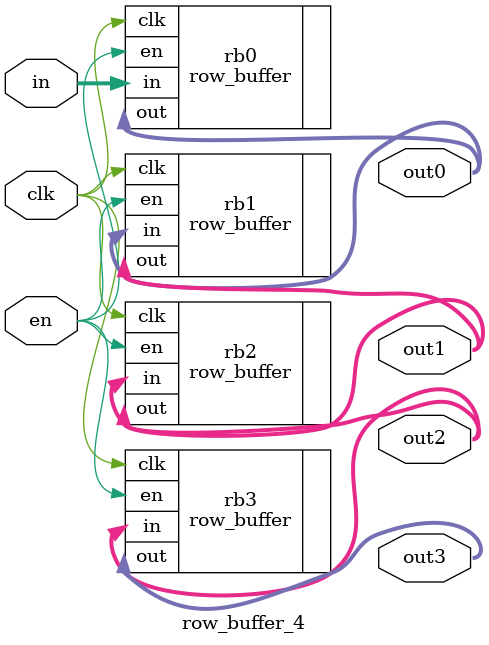
<source format=v>
module row_buffer_4 #(parameter LENGTH = 32, BIT_WIDTH = 8)(
	input [BIT_WIDTH-1:0] in,
	input clk, en,
	output [BIT_WIDTH-1:0] out0, out1, out2, out3
);	
	row_buffer #(.LENGTH(LENGTH), .BIT_WIDTH(BIT_WIDTH)) rb0 (
		.in(in), .clk(clk), .en(en), .out(out0)
	);
	row_buffer #(.LENGTH(LENGTH), .BIT_WIDTH(BIT_WIDTH)) rb1 (
		.in(out0), .clk(clk), .en(en), .out(out1)
	);
	row_buffer #(.LENGTH(LENGTH), .BIT_WIDTH(BIT_WIDTH)) rb2 (
		.in(out1), .clk(clk), .en(en), .out(out2)
	);
	row_buffer #(.LENGTH(LENGTH), .BIT_WIDTH(BIT_WIDTH)) rb3 (
		.in(out2), .clk(clk), .en(en), .out(out3)
	);
endmodule

</source>
